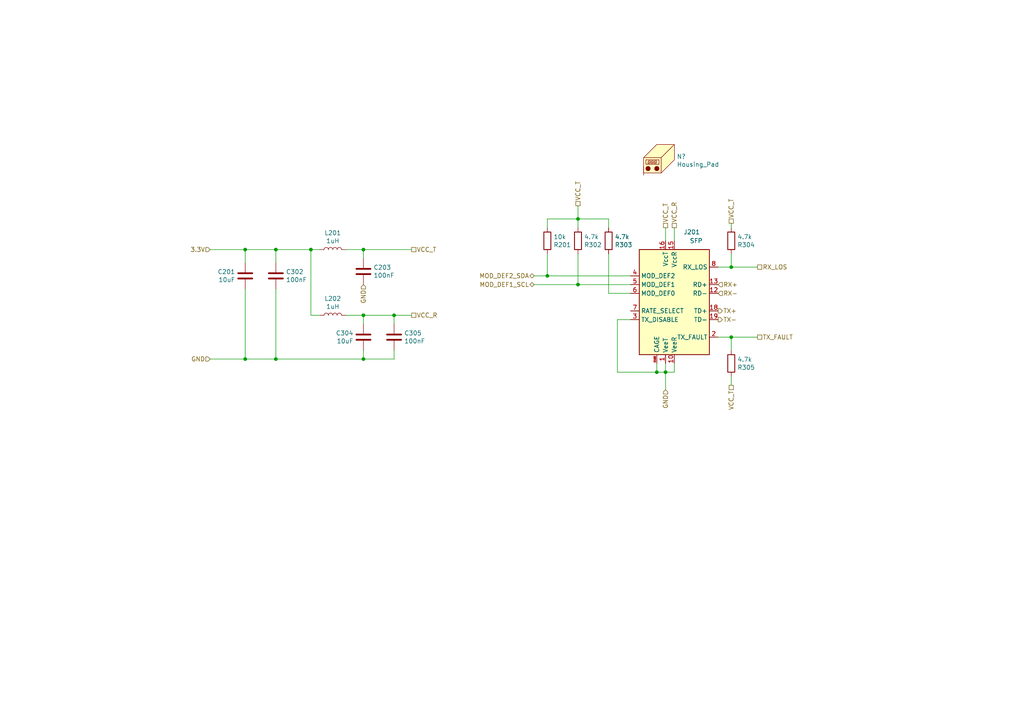
<source format=kicad_sch>
(kicad_sch (version 20211123) (generator eeschema)
  (paper "A4")
  (lib_symbols
    (symbol "Device:C" (pin_numbers hide) (pin_names (offset 0.254))
      (property "Reference" "C" (at 0.635 2.54 0))
      (property "Value" "C" (at 0.635 -2.54 0))
      (symbol "C_0_1"
        (polyline (pts (xy -2.032 -0.762) (xy 2.032 -0.762)) (stroke (width 0.508)))
        (polyline (pts (xy -2.032 0.762) (xy 2.032 0.762)) (stroke (width 0.508)))
      )
      (symbol "C_1_1"
        (pin passive line (at 0 3.81 270) (length 2.794) (name "~") (number "1"))
        (pin passive line (at 0 -3.81 90) (length 2.794) (name "~") (number "2"))
      )
    )
    (symbol "Device:L" (pin_numbers hide) (pin_names (offset 1.016) hide)
      (property "Reference" "L" (at -1.27 0 90))
      (property "Value" "L" (at 1.905 0 90))
      (symbol "L_0_1"
        (arc (start 0 -2.54) (mid 0.635 -1.905) (end 0 -1.27))
        (arc (start 0 -1.27) (mid 0.635 -0.635) (end 0 0))
        (arc (start 0 0) (mid 0.635 0.635) (end 0 1.27))
        (arc (start 0 1.27) (mid 0.635 1.905) (end 0 2.54))
      )
      (symbol "L_1_1"
        (pin passive line (at 0 3.81 270) (length 1.27) (name "1") (number "1"))
        (pin passive line (at 0 -3.81 90) (length 1.27) (name "2") (number "2"))
      )
    )
    (symbol "Device:R" (pin_numbers hide) (pin_names (offset 0))
      (property "Reference" "R" (at 2.032 0 90))
      (property "Value" "R" (at 0 0 90))
      (symbol "R_0_1"
        (rectangle (start -1.016 -2.54) (end 1.016 2.54) (stroke (width 0.254)))
      )
      (symbol "R_1_1"
        (pin passive line (at 0 3.81 270) (length 1.27) (name "~") (number "1"))
        (pin passive line (at 0 -3.81 90) (length 1.27) (name "~") (number "2"))
      )
    )
    (symbol "Interface_Optical:SFP"
      (property "Reference" "J" (at -8.89 16.51 0))
      (property "Value" "SFP" (at 11.43 16.51 0))
      (symbol "SFP_0_0"
        (rectangle (start -10.16 15.24) (end 10.16 -15.24) (stroke (width 0.254)) (fill (type background)))
      )
      (symbol "SFP_1_1"
        (pin power_in line (at -2.54 -17.78 90) (length 2.54) (name "VeeT") (number "1"))
        (pin power_in line (at 0 -17.78 90) (length 2.54) (name "VeeR") (number "10"))
        (pin passive line (at 0 -17.78 90) (length 2.54) hide (name "VeeR") (number "11"))
        (pin output line (at 12.7 2.54 180) (length 2.54) (name "RD-") (number "12"))
        (pin output line (at 12.7 5.08 180) (length 2.54) (name "RD+") (number "13"))
        (pin passive line (at 0 -17.78 90) (length 2.54) hide (name "VeeR") (number "14"))
        (pin power_in line (at 0 17.78 270) (length 2.54) (name "VccR") (number "15"))
        (pin power_in line (at -2.54 17.78 270) (length 2.54) (name "VccT") (number "16"))
        (pin passive line (at -2.54 -17.78 90) (length 2.54) hide (name "VeeT") (number "17"))
        (pin input line (at 12.7 -2.54 180) (length 2.54) (name "TD+") (number "18"))
        (pin input line (at 12.7 -5.08 180) (length 2.54) (name "TD-") (number "19"))
        (pin open_collector line (at 12.7 -10.16 180) (length 2.54) (name "TX_FAULT") (number "2"))
        (pin passive line (at -2.54 -17.78 90) (length 2.54) hide (name "VeeT") (number "20"))
        (pin input line (at -12.7 -5.08 0) (length 2.54) (name "TX_DISABLE") (number "3"))
        (pin bidirectional line (at -12.7 7.62 0) (length 2.54) (name "MOD_DEF2") (number "4"))
        (pin input line (at -12.7 5.08 0) (length 2.54) (name "MOD_DEF1") (number "5"))
        (pin passive line (at -12.7 2.54 0) (length 2.54) (name "MOD_DEF0") (number "6"))
        (pin input line (at -12.7 -2.54 0) (length 2.54) (name "RATE_SELECT") (number "7"))
        (pin open_collector line (at 12.7 10.16 180) (length 2.54) (name "RX_LOS") (number "8"))
        (pin passive line (at 0 -17.78 90) (length 2.54) hide (name "VeeR") (number "9"))
        (pin passive line (at -5.08 -17.78 90) (length 2.54) (name "CAGE") (number "CAGE"))
      )
    )
    (symbol "Mechanical:Housing_Pad" (pin_numbers hide) (pin_names (offset 1.016) hide)
      (property "Reference" "N" (at 4.445 0 0))
      (property "Value" "Housing_Pad" (at 4.445 -1.905 0))
      (symbol "Housing_Pad_0_1"
        (rectangle (start -4.445 -0.635) (end -0.635 -1.905))
        (circle (center -3.81 -3.175) (radius 0.635) (fill (type outline)))
        (circle (center -1.27 -3.175) (radius 0.635) (fill (type outline)))
        (polyline (pts (xy -3.8862 -1.5748) (xy -3.8354 -1.3716)))
        (polyline (pts (xy -3.7846 -1.6764) (xy -3.429 -1.6764)))
        (polyline (pts (xy -3.7846 -1.2192) (xy -3.7338 -0.9652)))
        (polyline (pts (xy -3.683 -1.3208) (xy -3.3782 -1.3208)))
        (polyline (pts (xy -3.5814 -0.9144) (xy -3.2766 -0.9144)))
        (polyline (pts (xy -3.2766 -1.6256) (xy -3.2258 -1.3716)))
        (polyline (pts (xy -3.175 -1.2192) (xy -3.1242 -0.9652)))
        (polyline (pts (xy -2.9718 -1.5748) (xy -2.921 -1.3716)))
        (polyline (pts (xy -2.8702 -1.6764) (xy -2.5146 -1.6764)))
        (polyline (pts (xy -2.8702 -1.2192) (xy -2.8194 -0.9652)))
        (polyline (pts (xy -2.7686 -1.3208) (xy -2.4638 -1.3208)))
        (polyline (pts (xy -2.667 -0.9144) (xy -2.3622 -0.9144)))
        (polyline (pts (xy -2.3622 -1.6256) (xy -2.3114 -1.3716)))
        (polyline (pts (xy -2.2606 -1.2192) (xy -2.2098 -0.9652)))
        (polyline (pts (xy -2.0574 -1.5748) (xy -2.0066 -1.3716)))
        (polyline (pts (xy -1.9558 -1.6764) (xy -1.6002 -1.6764)))
        (polyline (pts (xy -1.9558 -1.2192) (xy -1.905 -0.9652)))
        (polyline (pts (xy -1.8542 -1.3208) (xy -1.5494 -1.3208)))
        (polyline (pts (xy -1.7526 -0.9144) (xy -1.4478 -0.9144)))
        (polyline (pts (xy -1.4478 -1.6256) (xy -1.397 -1.3716)))
        (polyline (pts (xy -1.3462 -1.2192) (xy -1.2954 -0.9652)))
        (polyline (pts (xy 0 0) (xy 0 -4.445)))
        (polyline (pts (xy -5.08 0) (xy 0 0) (xy 3.81 3.81)))
        (polyline (pts (xy -5.08 0) (xy -5.08 -4.445) (xy 0 -4.445) (xy 3.81 -0.635) (xy 3.81 3.81) (xy -1.27 3.81) (xy -5.08 0)) (fill (type background)))
      )
      (symbol "Housing_Pad_1_1"
        (pin input line (at -5.08 -5.08 90) (length 2.54) (name "PAD") (number "1"))
      )
    )
  )
  (junction (at 167.64 63.5))
  (junction (at 114.3 91.44))
  (junction (at 158.75 80.01))
  (junction (at 80.01 72.39))
  (junction (at 105.41 72.39))
  (junction (at 71.12 72.39))
  (junction (at 90.17 72.39))
  (junction (at 212.09 97.79))
  (junction (at 105.41 91.44))
  (junction (at 167.64 82.55))
  (junction (at 71.12 104.14))
  (junction (at 212.09 77.47))
  (junction (at 193.04 107.95))
  (junction (at 190.5 107.95))
  (junction (at 105.41 104.14))
  (junction (at 80.01 104.14))
  (wire (pts (xy 158.75 63.5) (xy 167.64 63.5)))
  (wire (pts (xy 105.41 104.14) (xy 114.3 104.14)))
  (wire (pts (xy 105.41 72.39) (xy 105.41 74.93)))
  (wire (pts (xy 105.41 104.14) (xy 105.41 101.6)))
  (wire (pts (xy 212.09 97.79) (xy 212.09 101.6)))
  (wire (pts (xy 80.01 104.14) (xy 105.41 104.14)))
  (wire (pts (xy 105.41 72.39) (xy 119.38 72.39)))
  (wire (pts (xy 208.28 97.79) (xy 212.09 97.79)))
  (wire (pts (xy 167.64 73.66) (xy 167.64 82.55)))
  (wire (pts (xy 212.09 111.76) (xy 212.09 109.22)))
  (wire (pts (xy 71.12 76.2) (xy 71.12 72.39)))
  (wire (pts (xy 167.64 59.69) (xy 167.64 63.5)))
  (wire (pts (xy 176.53 73.66) (xy 176.53 85.09)))
  (wire (pts (xy 212.09 97.79) (xy 219.71 97.79)))
  (wire (pts (xy 193.04 107.95) (xy 195.58 107.95)))
  (wire (pts (xy 71.12 83.82) (xy 71.12 104.14)))
  (wire (pts (xy 114.3 104.14) (xy 114.3 101.6)))
  (wire (pts (xy 193.04 105.41) (xy 193.04 107.95)))
  (wire (pts (xy 80.01 76.2) (xy 80.01 72.39)))
  (wire (pts (xy 179.07 107.95) (xy 190.5 107.95)))
  (wire (pts (xy 105.41 91.44) (xy 105.41 93.98)))
  (wire (pts (xy 71.12 104.14) (xy 80.01 104.14)))
  (wire (pts (xy 195.58 107.95) (xy 195.58 105.41)))
  (wire (pts (xy 100.33 91.44) (xy 105.41 91.44)))
  (wire (pts (xy 90.17 72.39) (xy 92.71 72.39)))
  (wire (pts (xy 100.33 72.39) (xy 105.41 72.39)))
  (wire (pts (xy 208.28 77.47) (xy 212.09 77.47)))
  (wire (pts (xy 154.94 80.01) (xy 158.75 80.01)))
  (wire (pts (xy 193.04 107.95) (xy 193.04 113.03)))
  (wire (pts (xy 105.41 91.44) (xy 114.3 91.44)))
  (wire (pts (xy 167.64 63.5) (xy 167.64 66.04)))
  (wire (pts (xy 212.09 77.47) (xy 219.71 77.47)))
  (wire (pts (xy 212.09 64.77) (xy 212.09 66.04)))
  (wire (pts (xy 60.96 72.39) (xy 71.12 72.39)))
  (wire (pts (xy 167.64 82.55) (xy 182.88 82.55)))
  (wire (pts (xy 114.3 91.44) (xy 114.3 93.98)))
  (wire (pts (xy 182.88 85.09) (xy 176.53 85.09)))
  (wire (pts (xy 179.07 92.71) (xy 179.07 107.95)))
  (wire (pts (xy 80.01 72.39) (xy 90.17 72.39)))
  (wire (pts (xy 71.12 72.39) (xy 80.01 72.39)))
  (wire (pts (xy 212.09 77.47) (xy 212.09 73.66)))
  (wire (pts (xy 167.64 63.5) (xy 176.53 63.5)))
  (wire (pts (xy 80.01 83.82) (xy 80.01 104.14)))
  (wire (pts (xy 195.58 66.04) (xy 195.58 69.85)))
  (wire (pts (xy 182.88 92.71) (xy 179.07 92.71)))
  (wire (pts (xy 114.3 91.44) (xy 119.38 91.44)))
  (wire (pts (xy 92.71 91.44) (xy 90.17 91.44)))
  (wire (pts (xy 158.75 73.66) (xy 158.75 80.01)))
  (wire (pts (xy 60.96 104.14) (xy 71.12 104.14)))
  (wire (pts (xy 158.75 80.01) (xy 182.88 80.01)))
  (wire (pts (xy 154.94 82.55) (xy 167.64 82.55)))
  (wire (pts (xy 193.04 66.04) (xy 193.04 69.85)))
  (wire (pts (xy 193.04 107.95) (xy 190.5 107.95)))
  (wire (pts (xy 158.75 66.04) (xy 158.75 63.5)))
  (wire (pts (xy 190.5 107.95) (xy 190.5 105.41)))
  (wire (pts (xy 90.17 91.44) (xy 90.17 72.39)))
  (wire (pts (xy 176.53 63.5) (xy 176.53 66.04)))
  (hierarchical_label "GND" (shape input) (at 105.41 82.55 270))
  (hierarchical_label "VCC_R" (shape passive) (at 195.58 66.04 90))
  (hierarchical_label "TX+" (shape output) (at 208.28 90.17 0))
  (hierarchical_label "GND" (shape input) (at 60.96 104.14 180))
  (hierarchical_label "RX+" (shape input) (at 208.28 82.55 0))
  (hierarchical_label "3.3V" (shape input) (at 60.96 72.39 180))
  (hierarchical_label "RX_LOS" (shape passive) (at 219.71 77.47 0))
  (hierarchical_label "VCC_T" (shape passive) (at 167.64 59.69 90))
  (hierarchical_label "VCC_T" (shape passive) (at 212.09 111.76 270))
  (hierarchical_label "GND" (shape input) (at 193.04 113.03 270))
  (hierarchical_label "TX_FAULT" (shape passive) (at 219.71 97.79 0))
  (hierarchical_label "VCC_T" (shape passive) (at 193.04 66.04 90))
  (hierarchical_label "VCC_R" (shape passive) (at 119.38 91.44 0))
  (hierarchical_label "VCC_T" (shape passive) (at 119.38 72.39 0))
  (hierarchical_label "RX-" (shape input) (at 208.28 85.09 0))
  (hierarchical_label "TX-" (shape output) (at 208.28 92.71 0))
  (hierarchical_label "VCC_T" (shape passive) (at 212.09 64.77 90))
  (hierarchical_label "MOD_DEF2_SDA" (shape bidirectional) (at 154.94 80.01 180))
  (hierarchical_label "MOD_DEF1_SCL" (shape bidirectional) (at 154.94 82.55 180))
  (symbol (lib_id "Interface_Optical:SFP") (at 195.58 87.63 0) (unit 1)
    (property "Reference" "J201" (at 200.66 67.31 0))
    (property "Value" "SFP" (at 201.93 69.85 0))
    (property "Footprint" "Connector:Connector_SFP_and_Cage" (effects hide))
    (property "LCSC Part Number" "C277615" (effects hide))
  )
  (symbol (lib_id "Device:R") (at 158.75 69.85 0) (mirror x) (unit 1)
    (property "Reference" "R201" (at 160.528 71.0184 0) (effects (justify left)))
    (property "Value" "10k" (at 160.528 68.707 0) (effects (justify left)))
    (property "Footprint" "Resistor_SMD:R_0603_1608Metric" (effects hide))
    (property "LCSC Part Number" "C17673" (effects hide))
  )
  (symbol (lib_id "Device:L") (at 96.52 72.39 90) (unit 1)
    (property "Reference" "L201" (at 96.52 67.564 90))
    (property "Value" "1uH" (at 96.52 69.8754 90))
    (property "Footprint" "Inductor_SMD:L_0805_2012Metric" (effects hide))
    (property "LCSC Part Number" "C162587" (effects hide))
  )
  (symbol (lib_id "Device:C") (at 71.12 80.01 0) (unit 1)
    (property "Reference" "C201" (at 68.2244 78.8416 0) (effects (justify right)))
    (property "Value" "10uF" (at 68.2244 81.153 0) (effects (justify right)))
    (property "Footprint" "Capacitor_SMD:C_0805_2012Metric" (effects hide))
    (property "LCSC Part Number" "C386084" (effects hide))
  )
  (symbol (lib_id "Device:L") (at 96.52 91.44 90) (unit 1)
    (property "Reference" "L202" (at 96.52 86.614 90))
    (property "Value" "1uH" (at 96.52 88.9254 90))
    (property "Footprint" "Inductor_SMD:L_0805_2012Metric" (effects hide))
    (property "LCSC Part Number" "C162587" (effects hide))
  )
  (symbol (lib_id "Device:C") (at 105.41 78.74 0) (unit 1)
    (property "Reference" "C203" (at 108.331 77.5716 0) (effects (justify left)))
    (property "Value" "100nF" (at 108.331 79.883 0) (effects (justify left)))
    (property "Footprint" "Capacitor_SMD:C_0603_1608Metric" (effects hide))
    (property "LCSC Part Number" "C396718" (effects hide))
  )
  (symbol (lib_id "Mechanical:Housing_Pad") (at 191.77 45.72 0) (unit 1)
    (property "Reference" "N?" (at 196.2912 45.3898 0) (effects (justify left)))
    (property "Value" "Housing_Pad" (at 196.2912 47.7012 0) (effects (justify left)))
    (property "Datasheet" "https://www.mouser.de/datasheet/2/276/1/0747370010_EMI_CAGES-1373392.pdf" (effects hide))
    (property "Mouser Link" "https://www.mouser.de/ProductDetail/Molex/74737-0010?qs=%2Fha2pyFadujrqsB3QNYa%252BMTp8Wab2kbqfDhy%2FouEo9Y%3D" (effects hide))
    (property "Mouser Part Number" "538-74737-0010" (effects hide))
    (property "Part Number" "74737-0010" (effects hide))
    (property "LCSC Part Number" "C2897292" (effects hide))
  )
  (symbol (lib_id "Device:R") (at 212.09 69.85 0) (mirror x) (unit 1)
    (property "Reference" "R304" (at 213.868 71.0184 0) (effects (justify left)))
    (property "Value" "4.7k" (at 213.868 68.707 0) (effects (justify left)))
    (property "Footprint" "Resistor_SMD:R_0805_2012Metric" (effects hide))
    (property "LCSC Part Number" " C17673" (effects hide))
  )
  (symbol (lib_id "Device:C") (at 105.41 97.79 0) (unit 1)
    (property "Reference" "C304" (at 102.5144 96.6216 0) (effects (justify right)))
    (property "Value" "10uF" (at 102.5144 98.933 0) (effects (justify right)))
    (property "Footprint" "Capacitor_SMD:C_0805_2012Metric" (effects hide))
    (property "LCSC Part Number" "C386084" (effects hide))
  )
  (symbol (lib_id "Device:C") (at 114.3 97.79 0) (unit 1)
    (property "Reference" "C305" (at 117.221 96.6216 0) (effects (justify left)))
    (property "Value" "100nF" (at 117.221 98.933 0) (effects (justify left)))
    (property "Footprint" "Capacitor_SMD:C_0805_2012Metric" (effects hide))
    (property "LCSC Part Number" "C396718" (effects hide))
  )
  (symbol (lib_id "Device:R") (at 176.53 69.85 0) (mirror x) (unit 1)
    (property "Reference" "R303" (at 178.308 71.0184 0) (effects (justify left)))
    (property "Value" "4.7k" (at 178.308 68.707 0) (effects (justify left)))
    (property "Footprint" "Resistor_SMD:R_0805_2012Metric" (effects hide))
    (property "LCSC Part Number" " C17673" (effects hide))
  )
  (symbol (lib_id "Device:C") (at 80.01 80.01 0) (unit 1)
    (property "Reference" "C302" (at 82.931 78.8416 0) (effects (justify left)))
    (property "Value" "100nF" (at 82.931 81.153 0) (effects (justify left)))
    (property "Footprint" "Capacitor_SMD:C_0805_2012Metric" (effects hide))
    (property "LCSC Part Number" "C396718" (effects hide))
  )
  (symbol (lib_id "Device:R") (at 212.09 105.41 0) (mirror x) (unit 1)
    (property "Reference" "R305" (at 213.868 106.5784 0) (effects (justify left)))
    (property "Value" "4.7k" (at 213.868 104.267 0) (effects (justify left)))
    (property "Footprint" "Resistor_SMD:R_0805_2012Metric" (effects hide))
    (property "LCSC Part Number" "C17673" (effects hide))
  )
  (symbol (lib_id "Device:R") (at 167.64 69.85 0) (mirror x) (unit 1)
    (property "Reference" "R302" (at 169.418 71.0184 0) (effects (justify left)))
    (property "Value" "4.7k" (at 169.418 68.707 0) (effects (justify left)))
    (property "Footprint" "Resistor_SMD:R_0805_2012Metric" (effects hide))
    (property "LCSC Part Number" " C17673" (effects hide))
  )
)
</source>
